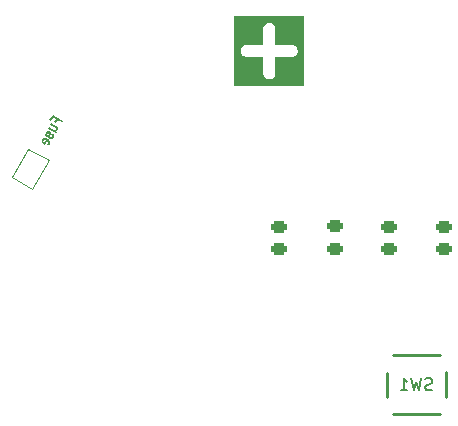
<source format=gbo>
G04 #@! TF.GenerationSoftware,KiCad,Pcbnew,8.0.4*
G04 #@! TF.CreationDate,2025-04-17T01:03:58+02:00*
G04 #@! TF.ProjectId,bms_stage_bq40z80,626d735f-7374-4616-9765-5f627134307a,rev?*
G04 #@! TF.SameCoordinates,Original*
G04 #@! TF.FileFunction,Legend,Bot*
G04 #@! TF.FilePolarity,Positive*
%FSLAX46Y46*%
G04 Gerber Fmt 4.6, Leading zero omitted, Abs format (unit mm)*
G04 Created by KiCad (PCBNEW 8.0.4) date 2025-04-17 01:03:58*
%MOMM*%
%LPD*%
G01*
G04 APERTURE LIST*
G04 Aperture macros list*
%AMRoundRect*
0 Rectangle with rounded corners*
0 $1 Rounding radius*
0 $2 $3 $4 $5 $6 $7 $8 $9 X,Y pos of 4 corners*
0 Add a 4 corners polygon primitive as box body*
4,1,4,$2,$3,$4,$5,$6,$7,$8,$9,$2,$3,0*
0 Add four circle primitives for the rounded corners*
1,1,$1+$1,$2,$3*
1,1,$1+$1,$4,$5*
1,1,$1+$1,$6,$7*
1,1,$1+$1,$8,$9*
0 Add four rect primitives between the rounded corners*
20,1,$1+$1,$2,$3,$4,$5,0*
20,1,$1+$1,$4,$5,$6,$7,0*
20,1,$1+$1,$6,$7,$8,$9,0*
20,1,$1+$1,$8,$9,$2,$3,0*%
%AMHorizOval*
0 Thick line with rounded ends*
0 $1 width*
0 $2 $3 position (X,Y) of the first rounded end (center of the circle)*
0 $4 $5 position (X,Y) of the second rounded end (center of the circle)*
0 Add line between two ends*
20,1,$1,$2,$3,$4,$5,0*
0 Add two circle primitives to create the rounded ends*
1,1,$1,$2,$3*
1,1,$1,$4,$5*%
%AMRotRect*
0 Rectangle, with rotation*
0 The origin of the aperture is its center*
0 $1 length*
0 $2 width*
0 $3 Rotation angle, in degrees counterclockwise*
0 Add horizontal line*
21,1,$1,$2,0,0,$3*%
G04 Aperture macros list end*
%ADD10C,0.150000*%
%ADD11C,1.000000*%
%ADD12C,0.254000*%
%ADD13C,0.120000*%
%ADD14HorizOval,3.500000X-1.875000X3.247595X1.875000X-3.247595X0*%
%ADD15C,8.500000*%
%ADD16HorizOval,3.500000X-1.875000X-3.247595X1.875000X3.247595X0*%
%ADD17RoundRect,0.243750X-0.456250X0.243750X-0.456250X-0.243750X0.456250X-0.243750X0.456250X0.243750X0*%
%ADD18C,2.500000*%
%ADD19RoundRect,0.243750X0.456250X-0.243750X0.456250X0.243750X-0.456250X0.243750X-0.456250X-0.243750X0*%
%ADD20R,1.200000X1.100000*%
%ADD21RotRect,1.000000X1.500000X60.000000*%
G04 APERTURE END LIST*
D10*
G36*
X120086493Y-84121342D02*
G01*
X119220105Y-83621133D01*
X118937150Y-84111226D01*
X119086060Y-84197200D01*
X119285973Y-83850940D01*
X119489033Y-83968177D01*
X119316231Y-84267479D01*
X119465141Y-84353452D01*
X119637943Y-84054150D01*
X120003451Y-84265176D01*
X120086493Y-84121342D01*
G37*
G36*
X119540366Y-85067262D02*
G01*
X119438202Y-85008277D01*
X119489465Y-85005948D01*
X119540777Y-84993377D01*
X119566586Y-84982280D01*
X119608577Y-84955410D01*
X119643378Y-84918374D01*
X119653188Y-84903112D01*
X119672737Y-84857378D01*
X119679676Y-84806282D01*
X119679326Y-84795802D01*
X119668281Y-84744936D01*
X119644387Y-84700464D01*
X119637560Y-84691311D01*
X119600969Y-84654030D01*
X119558376Y-84621672D01*
X119516381Y-84594941D01*
X119504782Y-84588141D01*
X119102682Y-84355988D01*
X119023303Y-84493477D01*
X119311182Y-84659684D01*
X119354141Y-84684774D01*
X119401200Y-84713221D01*
X119443598Y-84740735D01*
X119464378Y-84756310D01*
X119494720Y-84796335D01*
X119499991Y-84813817D01*
X119494792Y-84862821D01*
X119488262Y-84876142D01*
X119453157Y-84913174D01*
X119427601Y-84926010D01*
X119378523Y-84934446D01*
X119344156Y-84928880D01*
X119295387Y-84908757D01*
X119251473Y-84886312D01*
X119204360Y-84860384D01*
X119173797Y-84842932D01*
X118909608Y-84690402D01*
X118830595Y-84827256D01*
X119466849Y-85194597D01*
X119540366Y-85067262D01*
G37*
G36*
X119221576Y-85175389D02*
G01*
X119117995Y-85298622D01*
X119151614Y-85336135D01*
X119169360Y-85386608D01*
X119162268Y-85435437D01*
X119148886Y-85463957D01*
X119119540Y-85504407D01*
X119088409Y-85527186D01*
X119038059Y-85529682D01*
X119027074Y-85524490D01*
X119002208Y-85495750D01*
X119007251Y-85444856D01*
X119008605Y-85440218D01*
X119024069Y-85382741D01*
X119036180Y-85331358D01*
X119046289Y-85277740D01*
X119051980Y-85226275D01*
X119049643Y-85177653D01*
X119032084Y-85127360D01*
X119000856Y-85084047D01*
X118961063Y-85051034D01*
X118945339Y-85041286D01*
X118896410Y-85018926D01*
X118847903Y-85008589D01*
X118794499Y-85011203D01*
X118773283Y-85016405D01*
X118727423Y-85037276D01*
X118685263Y-85070904D01*
X118650895Y-85111503D01*
X118627037Y-85148566D01*
X118602048Y-85197894D01*
X118585819Y-85244137D01*
X118578035Y-85292473D01*
X118579647Y-85327368D01*
X118593474Y-85375462D01*
X118617560Y-85418404D01*
X118652675Y-85461022D01*
X118671822Y-85479859D01*
X118772455Y-85365641D01*
X118745090Y-85324044D01*
X118743255Y-85272266D01*
X118761067Y-85229051D01*
X118789138Y-85187513D01*
X118814979Y-85164005D01*
X118858618Y-85160716D01*
X118876027Y-85196996D01*
X118867962Y-85246136D01*
X118855908Y-85293667D01*
X118842791Y-85340536D01*
X118829202Y-85394980D01*
X118821474Y-85443388D01*
X118820149Y-85496756D01*
X118828512Y-85540146D01*
X118851360Y-85584006D01*
X118887118Y-85622590D01*
X118930830Y-85653087D01*
X118978203Y-85675203D01*
X119025986Y-85687085D01*
X119080231Y-85688219D01*
X119122779Y-85680147D01*
X119169422Y-85661335D01*
X119211863Y-85632094D01*
X119250101Y-85592425D01*
X119280113Y-85549159D01*
X119284137Y-85542327D01*
X119306036Y-85498600D01*
X119322412Y-85449414D01*
X119329559Y-85401070D01*
X119326569Y-85347689D01*
X119311782Y-85296111D01*
X119288952Y-85252313D01*
X119257007Y-85210443D01*
X119221576Y-85175389D01*
G37*
G36*
X118575671Y-85592762D02*
G01*
X118630976Y-85603811D01*
X118678170Y-85618975D01*
X118726369Y-85639552D01*
X118775573Y-85665544D01*
X118814135Y-85689345D01*
X118857312Y-85720521D01*
X118894907Y-85753281D01*
X118932653Y-85794682D01*
X118962360Y-85838362D01*
X118984028Y-85884322D01*
X118988730Y-85897710D01*
X118999156Y-85951886D01*
X118996173Y-86007062D01*
X118982562Y-86056163D01*
X118958684Y-86106029D01*
X118949448Y-86121080D01*
X118918354Y-86160769D01*
X118877844Y-86195252D01*
X118831061Y-86219612D01*
X118794496Y-86230243D01*
X118742998Y-86235609D01*
X118692983Y-86232539D01*
X118638980Y-86222089D01*
X118690551Y-86070238D01*
X118734025Y-86077006D01*
X118786151Y-86065854D01*
X118822578Y-86029140D01*
X118824188Y-86026263D01*
X118837544Y-85977850D01*
X118828843Y-85928407D01*
X118813497Y-85898555D01*
X118780707Y-85861836D01*
X118738270Y-85831272D01*
X118540189Y-86174359D01*
X118520785Y-86164002D01*
X118509439Y-86157357D01*
X118466618Y-86130367D01*
X118418864Y-86095711D01*
X118377524Y-86060035D01*
X118342599Y-86023339D01*
X118309154Y-85977957D01*
X118284947Y-85931105D01*
X118277310Y-85910373D01*
X118267020Y-85861948D01*
X118267555Y-85836041D01*
X118420598Y-85836041D01*
X118427048Y-85886235D01*
X118436707Y-85907415D01*
X118470346Y-85947272D01*
X118510170Y-85976248D01*
X118628628Y-85771073D01*
X118612856Y-85762403D01*
X118563794Y-85744443D01*
X118511359Y-85743134D01*
X118468232Y-85759278D01*
X118433904Y-85795714D01*
X118420598Y-85836041D01*
X118267555Y-85836041D01*
X118268165Y-85806521D01*
X118280460Y-85757949D01*
X118303293Y-85709307D01*
X118306954Y-85703149D01*
X118340420Y-85659724D01*
X118381319Y-85626689D01*
X118429651Y-85604044D01*
X118478038Y-85592753D01*
X118521813Y-85589509D01*
X118575671Y-85592762D01*
G37*
D11*
G36*
X140509172Y-81187373D02*
G01*
X134597092Y-81187373D01*
X134597092Y-78166070D01*
X135152648Y-78166070D01*
X135152648Y-78296596D01*
X135186430Y-78422675D01*
X135251693Y-78535714D01*
X135343989Y-78628010D01*
X135457028Y-78693273D01*
X135583107Y-78727055D01*
X135648370Y-78731333D01*
X137053132Y-78731333D01*
X137053132Y-80136095D01*
X137057410Y-80201358D01*
X137091192Y-80327437D01*
X137156455Y-80440476D01*
X137248751Y-80532772D01*
X137361790Y-80598035D01*
X137487869Y-80631817D01*
X137618395Y-80631817D01*
X137744474Y-80598035D01*
X137857513Y-80532772D01*
X137949809Y-80440476D01*
X138015072Y-80327437D01*
X138048854Y-80201358D01*
X138053132Y-80136095D01*
X138053132Y-78731333D01*
X139457894Y-78731333D01*
X139523157Y-78727055D01*
X139649236Y-78693273D01*
X139762275Y-78628010D01*
X139854571Y-78535714D01*
X139919834Y-78422675D01*
X139953616Y-78296596D01*
X139953616Y-78166070D01*
X139919834Y-78039991D01*
X139854571Y-77926952D01*
X139762275Y-77834656D01*
X139649236Y-77769393D01*
X139523157Y-77735611D01*
X139457894Y-77731333D01*
X138053132Y-77731333D01*
X138053132Y-76326571D01*
X138048854Y-76261308D01*
X138015072Y-76135229D01*
X137949809Y-76022190D01*
X137857513Y-75929894D01*
X137744474Y-75864631D01*
X137618395Y-75830849D01*
X137487869Y-75830849D01*
X137361790Y-75864631D01*
X137248751Y-75929894D01*
X137156455Y-76022190D01*
X137091192Y-76135229D01*
X137057410Y-76261308D01*
X137053132Y-76326571D01*
X137053132Y-77731333D01*
X135648370Y-77731333D01*
X135583107Y-77735611D01*
X135457028Y-77769393D01*
X135343989Y-77834656D01*
X135251693Y-77926952D01*
X135186430Y-78039991D01*
X135152648Y-78166070D01*
X134597092Y-78166070D01*
X134597092Y-75275293D01*
X140509172Y-75275293D01*
X140509172Y-81187373D01*
G37*
D10*
X151333332Y-106907200D02*
X151190475Y-106954819D01*
X151190475Y-106954819D02*
X150952380Y-106954819D01*
X150952380Y-106954819D02*
X150857142Y-106907200D01*
X150857142Y-106907200D02*
X150809523Y-106859580D01*
X150809523Y-106859580D02*
X150761904Y-106764342D01*
X150761904Y-106764342D02*
X150761904Y-106669104D01*
X150761904Y-106669104D02*
X150809523Y-106573866D01*
X150809523Y-106573866D02*
X150857142Y-106526247D01*
X150857142Y-106526247D02*
X150952380Y-106478628D01*
X150952380Y-106478628D02*
X151142856Y-106431009D01*
X151142856Y-106431009D02*
X151238094Y-106383390D01*
X151238094Y-106383390D02*
X151285713Y-106335771D01*
X151285713Y-106335771D02*
X151333332Y-106240533D01*
X151333332Y-106240533D02*
X151333332Y-106145295D01*
X151333332Y-106145295D02*
X151285713Y-106050057D01*
X151285713Y-106050057D02*
X151238094Y-106002438D01*
X151238094Y-106002438D02*
X151142856Y-105954819D01*
X151142856Y-105954819D02*
X150904761Y-105954819D01*
X150904761Y-105954819D02*
X150761904Y-106002438D01*
X150428570Y-105954819D02*
X150190475Y-106954819D01*
X150190475Y-106954819D02*
X149999999Y-106240533D01*
X149999999Y-106240533D02*
X149809523Y-106954819D01*
X149809523Y-106954819D02*
X149571428Y-105954819D01*
X148666666Y-106954819D02*
X149238094Y-106954819D01*
X148952380Y-106954819D02*
X148952380Y-105954819D01*
X148952380Y-105954819D02*
X149047618Y-106097676D01*
X149047618Y-106097676D02*
X149142856Y-106192914D01*
X149142856Y-106192914D02*
X149238094Y-106240533D01*
D12*
X147500000Y-105470000D02*
X147500000Y-107500000D01*
X152000000Y-104000000D02*
X148000000Y-104000000D01*
X152000000Y-109000000D02*
X148000000Y-109000000D01*
X152500000Y-105450000D02*
X152500000Y-107500000D01*
D13*
X115733975Y-88924519D02*
X117133975Y-86499647D01*
X117133975Y-86499647D02*
X118866025Y-87499647D01*
X117466025Y-89924519D02*
X115733975Y-88924519D01*
X118866025Y-87499647D02*
X117466025Y-89924519D01*
%LPC*%
D14*
X118000000Y-101500000D03*
D15*
X159250000Y-69504000D03*
X140750000Y-69504000D03*
D16*
X182000000Y-101500000D03*
D17*
X161500000Y-93100000D03*
X161500000Y-94975000D03*
D18*
X147400000Y-74700000D03*
X152500000Y-74700000D03*
D17*
X147700000Y-93100000D03*
X147700000Y-94975000D03*
D19*
X156900000Y-94975000D03*
X156900000Y-93100000D03*
D20*
X147000000Y-104650000D03*
X147000000Y-108350000D03*
X153000000Y-104650000D03*
X153000000Y-108350000D03*
D21*
X116975000Y-88775000D03*
X117625000Y-87649166D03*
D19*
X152300000Y-94975000D03*
X152300000Y-93100000D03*
D17*
X143100000Y-93087500D03*
X143100000Y-94962500D03*
D19*
X138400000Y-94975000D03*
X138400000Y-93100000D03*
%LPD*%
M02*

</source>
